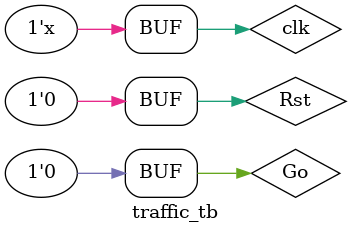
<source format=v>
module traffic (clk, Rst, Go, highway_signal1, highway_signal2, farm_signal1, farm_signal2);
	
	input clk, Rst, Go;
	output reg [1:0] highway_signal1, highway_signal2,farm_signal1, farm_signal2; 
	reg [3:0] current_state, next_state;
	reg [4:0] counter;
	
	parameter S0 = 4'b0000, S1 = 4'b0001, S2 = 4'b0010, S3 = 4'b0011, S4 = 4'b0100, S5 = 4'b0101, S6 = 4'b0110, S7 = 4'b0111,
				S8 = 4'b1000, S9 = 4'b1001, S10 = 4'b1010, S11 = 4'b1011, S12 = 4'b1100, S13 = 4'b1101, S14 = 4'b1110,
				S15 = 4'b1111, S16 = 4'b10000, S17 = 4'b10001;
	
	always @(posedge clk) begin
		if (Rst) begin
			current_state <= S0;
			counter <= 0;
		end 
		else if (Go) begin
			current_state <= next_state;
			counter <= counter + 1;
		end
	end
	
	always @(current_state, counter) begin
		case (current_state)
		S0: begin
		highway_signal1 <= 2'b10;
		highway_signal2 <= 2'b10;
		farm_signal1 <= 2'b10;
		farm_signal2 <= 2'b10;
		if (counter == 1) next_state <= S1;
		end
		S1: begin
		highway_signal1 <= 2'b11;
		highway_signal2 <= 2'b11;
		farm_signal1 <= 2'b10;
		farm_signal2 <= 2'b10;
		if (counter == 2) next_state <= S2;
		end
		S2: begin
		highway_signal1 <= 2'b00;
		highway_signal2 <= 2'b00;
		farm_signal1 <= 2'b10;
		farm_signal2 <= 2'b10;
		if (counter == 30) next_state <= S3;
		end
		S3: begin
		highway_signal1 <= 2'b00;
		highway_signal2 <= 2'b01;
		farm_signal1 <= 2'b10;
		farm_signal2 <= 2'b10;
		if (counter == 2) next_state <= S4;
		end
		S4: begin
		highway_signal1 <= 2'b00;
		highway_signal2 <= 2'b10;
		farm_signal1 <= 2'b10;
		farm_signal2 <= 2'b10;
		if (counter == 10) next_state <= S5;
		end
		S5: begin
		highway_signal1 <= 2'b01;
		highway_signal2 <= 2'b10;
		farm_signal1 <= 2'b10;
		farm_signal2 <= 2'b10;
		if (counter == 2) next_state <= S6;
		end
		S6: begin
		highway_signal1 <= 2'b10;
		highway_signal2 <= 2'b10;
		farm_signal1 <= 2'b10;
		farm_signal2 <= 2'b10;
		if (counter == 1) next_state <= S7;
		end
		S7: begin
		highway_signal1 <= 2'b10;
		highway_signal2 <= 2'b10;
		farm_signal1 <= 2'b11;
		farm_signal2 <= 2'b11;
		if (counter == 2) next_state <= S8;
		end
		S8: begin
		highway_signal1 <= 2'b10;
		highway_signal2 <= 2'b10;
		farm_signal1 <= 2'b00;
		farm_signal2 <= 2'b00;
		if (counter == 15) next_state <= S9;
		end
		S9: begin
		highway_signal1 <= 2'b10;
		highway_signal2 <= 2'b10;
		farm_signal1 <= 2'b00;
		farm_signal2 <= 2'b01;
		if (counter == 2) next_state <= S10;
		end
		S10: begin
		highway_signal1 <= 2'b10;
		highway_signal2 <= 2'b10;
		farm_signal1 <= 2'b00;
		farm_signal2 <= 2'b10;
		if (counter == 5) next_state <= S11;
		end
		S11: begin
		highway_signal1 <= 2'b10;
		highway_signal2 <= 2'b10;
		farm_signal1 <= 2'b01;
		farm_signal2 <= 2'b11;
		if (counter == 2) next_state <= S12;
		end
		S12: begin
		highway_signal1 <= 2'b10;
		highway_signal2 <= 2'b10;
		farm_signal1 <= 2'b10;
		farm_signal2 <= 2'b00;
		if (counter == 10) next_state <= S13;
		end
		S13: begin
		highway_signal1 <= 2'b10;
		highway_signal2 <= 2'b10;
		farm_signal1 <= 2'b10;
		farm_signal2 <= 2'b01;
		if (counter == 2) next_state <= S14;
		end
		S14: begin
		highway_signal1 <= 2'b10;
		highway_signal2 <= 2'b10;
		farm_signal1 <= 2'b10;
		farm_signal2 <= 2'b10;
		if (counter == 1) next_state <= S15;
		end
		S15: begin
		highway_signal1 <= 2'b10;
		highway_signal2 <= 2'b11;
		farm_signal1 <= 2'b10;
		farm_signal2 <= 2'b10;
		if (counter == 2) next_state <= S16;
		end
		S16: begin
		highway_signal1 <= 2'b00;
		highway_signal2 <= 2'b10;
		farm_signal1 <= 2'b10;
		farm_signal2 <= 2'b10;
		if (counter == 15) next_state <= S17;
		end
		S17: begin
		highway_signal1 <= 2'b01;
		highway_signal2 <= 2'b10;
		farm_signal1 <= 2'b10;
		farm_signal2 <= 2'b10;
		if (counter == 3) next_state <= S0;
		end
		endcase
	end

endmodule

module traffic_tb;

	reg clk, Rst, Go;
	wire [1:0] highway_signal1, highway_signal2, farm_signal1, farm_signal2;

	traffic dut (clk, Rst, Go, highway_signal1, highway_signal2, farm_signal1, farm_signal2);
	
	always #5 clk = ~clk;
	initial begin
		clk = 0;
		Rst = 1;
		Go = 1;
		#30 Rst = 0;
	end
	
	initial begin
		#100 Rst = 1;
		#30 Rst = 0;
		#200 Go = 0;
		#200 Go = 1;
		#200 Go = 0;
		#200 Go = 1;
		#200 Go = 0;
		#200 Go = 1;
		#200 Go = 0;
		#200 Go = 1;
		#200 Go = 0;
		#200 Go = 1;
		#200 Go = 0;
		#200 Go = 1;
		#200 Go = 0;
		#200 Go = 1;
		#200 Go = 0;
		#200 Go = 1;
		#200 Go = 0;
		#200 Go = 1;
		#200 Go = 0;
	end

endmodule
</source>
